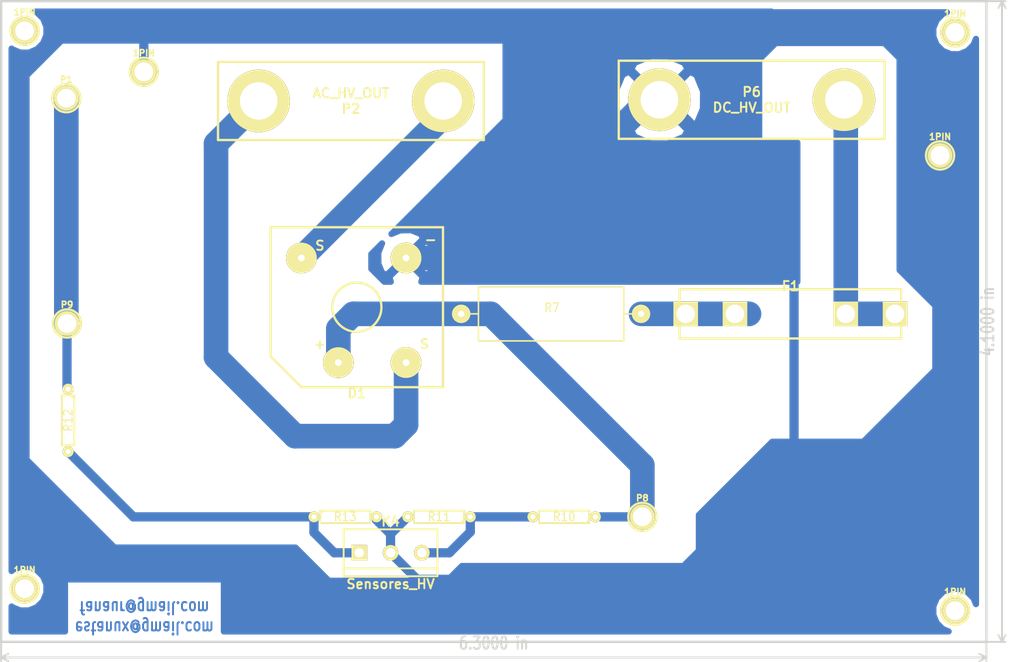
<source format=kicad_pcb>
(kicad_pcb (version 3) (host pcbnew "(2013-mar-13)-testing")

  (general
    (links 21)
    (no_connects 0)
    (area 68.389499 48.704499 240.247716 158.8262)
    (thickness 1.5748)
    (drawings 8)
    (tracks 68)
    (zones 0)
    (modules 19)
    (nets 10)
  )

  (page A4)
  (layers
    (15 Front signal)
    (0 Back signal)
    (16 B.Adhes user)
    (17 F.Adhes user)
    (18 B.Paste user)
    (19 F.Paste user)
    (20 B.SilkS user)
    (21 F.SilkS user)
    (22 B.Mask user)
    (23 F.Mask user)
    (24 Dwgs.User user)
    (25 Cmts.User user)
    (26 Eco1.User user)
    (27 Eco2.User user)
    (28 Edge.Cuts user)
  )

  (setup
    (last_trace_width 1.50114)
    (user_trace_width 0.3048)
    (user_trace_width 0.50038)
    (user_trace_width 0.70104)
    (user_trace_width 0.8001)
    (user_trace_width 1.00076)
    (user_trace_width 1.50114)
    (user_trace_width 4)
    (trace_clearance 0.254)
    (zone_clearance 1)
    (zone_45_only yes)
    (trace_min 0.254)
    (segment_width 0.381)
    (edge_width 0.381)
    (via_size 0.889)
    (via_drill 0.635)
    (via_min_size 0.889)
    (via_min_drill 0.508)
    (user_via 1.99898 1.00076)
    (uvia_size 0.508)
    (uvia_drill 0.127)
    (uvias_allowed no)
    (uvia_min_size 0.508)
    (uvia_min_drill 0.127)
    (pcb_text_width 0.3048)
    (pcb_text_size 1.524 2.032)
    (mod_edge_width 0.381)
    (mod_text_size 1.524 1.524)
    (mod_text_width 0.3048)
    (pad_size 4.064 4.064)
    (pad_drill 3.048)
    (pad_to_mask_clearance 0.254)
    (aux_axis_origin 0 0)
    (visible_elements 7FFFFFFF)
    (pcbplotparams
      (layerselection 1)
      (usegerberextensions false)
      (excludeedgelayer true)
      (linewidth 0.150000)
      (plotframeref false)
      (viasonmask false)
      (mode 1)
      (useauxorigin false)
      (hpglpennumber 1)
      (hpglpenspeed 20)
      (hpglpendiameter 15)
      (hpglpenoverlay 2)
      (psnegative true)
      (psa4output false)
      (plotreference true)
      (plotvalue true)
      (plotothertext true)
      (plotinvisibletext false)
      (padsonsilk false)
      (subtractmaskfromsilk false)
      (outputformat 2)
      (mirror false)
      (drillshape 0)
      (scaleselection 1)
      (outputdirectory GERBER/))
  )

  (net 0 "")
  (net 1 /DC_HV_OUT+)
  (net 2 /SOURCE_HV_OUT+)
  (net 3 /SOURCE_HV_OUT-)
  (net 4 /V_CAPACITORS)
  (net 5 /V_CAPACITORS_A)
  (net 6 /V_HV_SOURCE)
  (net 7 /V_HV_SOURCE_A)
  (net 8 GNDA)
  (net 9 N-000006)

  (net_class Default "This is the default net class."
    (clearance 0.254)
    (trace_width 0.254)
    (via_dia 0.889)
    (via_drill 0.635)
    (uvia_dia 0.508)
    (uvia_drill 0.127)
    (add_net "")
    (add_net /DC_HV_OUT+)
    (add_net /SOURCE_HV_OUT+)
    (add_net /SOURCE_HV_OUT-)
    (add_net /V_CAPACITORS)
    (add_net /V_CAPACITORS_A)
    (add_net /V_HV_SOURCE)
    (add_net /V_HV_SOURCE_A)
    (add_net GNDA)
    (add_net N-000006)
  )

  (module 1pin (layer Front) (tedit 200000) (tstamp 516DA75A)
    (at 223.52 147.955)
    (descr "module 1 pin (ou trou mecanique de percage)")
    (tags DEV)
    (path 1pin)
    (fp_text reference 1PIN (at 0 -3.048) (layer F.SilkS)
      (effects (font (size 1.016 1.016) (thickness 0.254)))
    )
    (fp_text value P*** (at 0 2.794) (layer F.SilkS) hide
      (effects (font (size 1.016 1.016) (thickness 0.254)))
    )
    (fp_circle (center 0 0) (end 0 -2.286) (layer F.SilkS) (width 0.381))
    (pad 1 thru_hole circle (at 0 0) (size 4.064 4.064) (drill 3.048)
      (layers *.Cu *.Mask F.SilkS)
    )
  )

  (module R22x8 (layer Front) (tedit 4E4A3F0D) (tstamp 516AB11C)
    (at 157.90164 99.7204)
    (descr "Resistor, 22x8 mm")
    (tags R)
    (path /5122633D)
    (autoplace_cost180 10)
    (fp_text reference R7 (at 0.127 -1.016) (layer F.SilkS)
      (effects (font (size 1.397 1.27) (thickness 0.2032)))
    )
    (fp_text value R (at 0 1.016) (layer F.SilkS) hide
      (effects (font (size 1.397 1.27) (thickness 0.2032)))
    )
    (fp_line (start -11.80084 -4.39928) (end 11.80084 -4.39928) (layer F.SilkS) (width 0.254))
    (fp_line (start 11.80084 -4.39928) (end 11.80084 4.39928) (layer F.SilkS) (width 0.254))
    (fp_line (start 11.80084 4.39928) (end -11.80084 4.39928) (layer F.SilkS) (width 0.254))
    (fp_line (start -11.80084 4.39928) (end -11.80084 -4.39928) (layer F.SilkS) (width 0.254))
    (fp_line (start 11.85164 0) (end 14.60246 0) (layer F.SilkS) (width 0.254))
    (fp_line (start -11.85164 0) (end -14.60246 0) (layer F.SilkS) (width 0.254))
    (pad 1 thru_hole circle (at -14.605 0) (size 2.99974 2.99974) (drill 1.00076)
      (layers *.Cu *.Mask F.SilkS)
      (net 6 /V_HV_SOURCE)
    )
    (pad 2 thru_hole circle (at 14.605 0) (size 2.99974 2.99974) (drill 1.00076)
      (layers *.Cu *.Mask F.SilkS)
      (net 9 N-000006)
    )
    (model mod_pth_resistors/walter/pth_resistors/r22x8.wrl
      (at (xyz 0 0 0))
      (scale (xyz 1 1 1))
      (rotate (xyz 0 0 0))
    )
  )

  (module 1pin (layer Front) (tedit 200000) (tstamp 516AB0DD)
    (at 72.39 144.399)
    (descr "module 1 pin (ou trou mecanique de percage)")
    (tags DEV)
    (path 1pin)
    (fp_text reference 1PIN (at 0 -3.048) (layer F.SilkS)
      (effects (font (size 1.016 1.016) (thickness 0.254)))
    )
    (fp_text value P*** (at 0 2.794) (layer F.SilkS) hide
      (effects (font (size 1.016 1.016) (thickness 0.254)))
    )
    (fp_circle (center 0 0) (end 0 -2.286) (layer F.SilkS) (width 0.381))
    (pad 1 thru_hole circle (at 0 0) (size 4.064 4.064) (drill 3.048)
      (layers *.Cu *.Mask F.SilkS)
    )
  )

  (module 1pin (layer Front) (tedit 200000) (tstamp 516AB0D8)
    (at 223.52 53.975)
    (descr "module 1 pin (ou trou mecanique de percage)")
    (tags DEV)
    (path 1pin)
    (fp_text reference 1PIN (at 0 -3.048) (layer F.SilkS)
      (effects (font (size 1.016 1.016) (thickness 0.254)))
    )
    (fp_text value P*** (at 0 2.794) (layer F.SilkS) hide
      (effects (font (size 1.016 1.016) (thickness 0.254)))
    )
    (fp_circle (center 0 0) (end 0 -2.286) (layer F.SilkS) (width 0.381))
    (pad 1 thru_hole circle (at 0 0) (size 4.064 4.064) (drill 3.048)
      (layers *.Cu *.Mask F.SilkS)
    )
  )

  (module R4-LARGE_PADS (layer Front) (tedit 47E2673E) (tstamp 5166F33C)
    (at 160.02 132.715 180)
    (descr "Resitance 4 pas")
    (tags R)
    (path /51336D9D)
    (autoplace_cost180 10)
    (fp_text reference R10 (at 0 0 180) (layer F.SilkS)
      (effects (font (size 1.397 1.27) (thickness 0.2032)))
    )
    (fp_text value 10M (at 0 0 180) (layer F.SilkS) hide
      (effects (font (size 1.397 1.27) (thickness 0.2032)))
    )
    (fp_line (start -5.08 0) (end -4.064 0) (layer F.SilkS) (width 0.3048))
    (fp_line (start -4.064 0) (end -4.064 -1.016) (layer F.SilkS) (width 0.3048))
    (fp_line (start -4.064 -1.016) (end 4.064 -1.016) (layer F.SilkS) (width 0.3048))
    (fp_line (start 4.064 -1.016) (end 4.064 1.016) (layer F.SilkS) (width 0.3048))
    (fp_line (start 4.064 1.016) (end -4.064 1.016) (layer F.SilkS) (width 0.3048))
    (fp_line (start -4.064 1.016) (end -4.064 0) (layer F.SilkS) (width 0.3048))
    (fp_line (start -4.064 -0.508) (end -3.556 -1.016) (layer F.SilkS) (width 0.3048))
    (fp_line (start 5.08 0) (end 4.064 0) (layer F.SilkS) (width 0.3048))
    (pad 1 thru_hole circle (at -5.08 0 180) (size 1.778 1.778) (drill 0.812799)
      (layers *.Cu *.Mask F.SilkS)
      (net 6 /V_HV_SOURCE)
    )
    (pad 2 thru_hole circle (at 5.08 0 180) (size 1.778 1.778) (drill 0.812799)
      (layers *.Cu *.Mask F.SilkS)
      (net 7 /V_HV_SOURCE_A)
    )
    (model discret/resistor.wrl
      (at (xyz 0 0 0))
      (scale (xyz 0.4 0.4 0.4))
      (rotate (xyz 0 0 0))
    )
  )

  (module R4-LARGE_PADS (layer Front) (tedit 47E2673E) (tstamp 5166F34A)
    (at 79.4512 117.0305 270)
    (descr "Resitance 4 pas")
    (tags R)
    (path /51336DA9)
    (autoplace_cost180 10)
    (fp_text reference R12 (at 0 0 270) (layer F.SilkS)
      (effects (font (size 1.397 1.27) (thickness 0.2032)))
    )
    (fp_text value 10M (at 0 0 270) (layer F.SilkS) hide
      (effects (font (size 1.397 1.27) (thickness 0.2032)))
    )
    (fp_line (start -5.08 0) (end -4.064 0) (layer F.SilkS) (width 0.3048))
    (fp_line (start -4.064 0) (end -4.064 -1.016) (layer F.SilkS) (width 0.3048))
    (fp_line (start -4.064 -1.016) (end 4.064 -1.016) (layer F.SilkS) (width 0.3048))
    (fp_line (start 4.064 -1.016) (end 4.064 1.016) (layer F.SilkS) (width 0.3048))
    (fp_line (start 4.064 1.016) (end -4.064 1.016) (layer F.SilkS) (width 0.3048))
    (fp_line (start -4.064 1.016) (end -4.064 0) (layer F.SilkS) (width 0.3048))
    (fp_line (start -4.064 -0.508) (end -3.556 -1.016) (layer F.SilkS) (width 0.3048))
    (fp_line (start 5.08 0) (end 4.064 0) (layer F.SilkS) (width 0.3048))
    (pad 1 thru_hole circle (at -5.08 0 270) (size 1.778 1.778) (drill 0.812799)
      (layers *.Cu *.Mask F.SilkS)
      (net 4 /V_CAPACITORS)
    )
    (pad 2 thru_hole circle (at 5.08 0 270) (size 1.778 1.778) (drill 0.812799)
      (layers *.Cu *.Mask F.SilkS)
      (net 5 /V_CAPACITORS_A)
    )
    (model discret/resistor.wrl
      (at (xyz 0 0 0))
      (scale (xyz 0.4 0.4 0.4))
      (rotate (xyz 0 0 0))
    )
  )

  (module FUSE_1KV_TH (layer Front) (tedit 5159D62A) (tstamp 5166F3EF)
    (at 196.76364 99.7204)
    (path /5122641E)
    (fp_text reference F1 (at 0 -4.5) (layer F.SilkS)
      (effects (font (thickness 0.3048)))
    )
    (fp_text value FUSE (at 0 6) (layer F.SilkS) hide
      (effects (font (thickness 0.3048)))
    )
    (fp_line (start -18 -4) (end 18 -4) (layer F.SilkS) (width 0.381))
    (fp_line (start 18 -4) (end 18 4) (layer F.SilkS) (width 0.381))
    (fp_line (start 18 4) (end -18 4) (layer F.SilkS) (width 0.381))
    (fp_line (start -18 4) (end -18 -4) (layer F.SilkS) (width 0.381))
    (pad 1 thru_hole trapezoid (at -17 0) (size 4 4) (drill 3)
      (layers *.Cu *.Mask F.SilkS)
      (net 9 N-000006)
    )
    (pad 2 thru_hole trapezoid (at 17 0) (size 4 4) (drill 3)
      (layers *.Cu *.Mask F.SilkS)
      (net 1 /DC_HV_OUT+)
    )
    (pad 1 thru_hole trapezoid (at -9 0) (size 4 4) (drill 3)
      (layers *.Cu *.Mask F.SilkS)
      (net 9 N-000006)
    )
    (pad 2 thru_hole trapezoid (at 9 0) (size 4 4) (drill 3)
      (layers *.Cu *.Mask F.SilkS)
      (net 1 /DC_HV_OUT+)
    )
  )

  (module bridge_1KV_TH (layer Front) (tedit 5159D450) (tstamp 5166F449)
    (at 126.34214 98.6409 180)
    (path /512384AE)
    (fp_text reference D1 (at 0 -14 180) (layer F.SilkS)
      (effects (font (thickness 0.3048)))
    )
    (fp_text value BU2010 (at 0 15 180) (layer F.SilkS) hide
      (effects (font (thickness 0.3048)))
    )
    (fp_text user S (at 6 10 180) (layer F.SilkS)
      (effects (font (thickness 0.3048)))
    )
    (fp_text user S (at -11 -6 180) (layer F.SilkS)
      (effects (font (thickness 0.3048)))
    )
    (fp_text user - (at -12 11 180) (layer F.SilkS)
      (effects (font (thickness 0.3048)))
    )
    (fp_text user + (at 6 -6 180) (layer F.SilkS)
      (effects (font (thickness 0.3048)))
    )
    (fp_circle (center 0 0) (end 0 -4) (layer F.SilkS) (width 0.381))
    (fp_line (start -14 13) (end 14 13) (layer F.SilkS) (width 0.381))
    (fp_line (start -14 13) (end -14 -13) (layer F.SilkS) (width 0.381))
    (fp_line (start -14 -13) (end 9 -13) (layer F.SilkS) (width 0.381))
    (fp_line (start 14 13) (end 14 -8) (layer F.SilkS) (width 0.381))
    (fp_line (start 14 -8) (end 9 -13) (layer F.SilkS) (width 0.381))
    (pad 2 thru_hole circle (at 9 8 180) (size 5 5) (drill 1.1)
      (layers *.Cu *.Mask F.SilkS)
      (net 3 /SOURCE_HV_OUT-)
    )
    (pad 1 thru_hole circle (at -8 8 180) (size 5 5) (drill 1.1)
      (layers *.Cu *.Mask F.SilkS)
      (net 8 GNDA)
    )
    (pad 4 thru_hole circle (at -8 -9 180) (size 5 5) (drill 1.1)
      (layers *.Cu *.Mask F.SilkS)
      (net 2 /SOURCE_HV_OUT+)
    )
    (pad 3 thru_hole circle (at 3 -9 180) (size 5 5) (drill 1.1)
      (layers *.Cu *.Mask F.SilkS)
      (net 6 /V_HV_SOURCE)
    )
  )

  (module 1pin (layer Front) (tedit 200000) (tstamp 5166F4C3)
    (at 79.2734 101.2825)
    (descr "module 1 pin (ou trou mecanique de percage)")
    (tags DEV)
    (path /5132751C)
    (fp_text reference P9 (at 0 -3.048) (layer F.SilkS)
      (effects (font (size 1.016 1.016) (thickness 0.254)))
    )
    (fp_text value CONN_1 (at 0 2.794) (layer F.SilkS) hide
      (effects (font (size 1.016 1.016) (thickness 0.254)))
    )
    (fp_circle (center 0 0) (end 0 -2.286) (layer F.SilkS) (width 0.381))
    (pad 1 thru_hole circle (at 0 0) (size 4.064 4.064) (drill 3.048)
      (layers *.Cu *.Mask F.SilkS)
      (net 4 /V_CAPACITORS)
    )
  )

  (module 1pin (layer Front) (tedit 200000) (tstamp 5166F4C9)
    (at 172.72 132.715)
    (descr "module 1 pin (ou trou mecanique de percage)")
    (tags DEV)
    (path /513273E5)
    (fp_text reference P8 (at 0 -3.048) (layer F.SilkS)
      (effects (font (size 1.016 1.016) (thickness 0.254)))
    )
    (fp_text value CONN_1 (at 0 2.794) (layer F.SilkS) hide
      (effects (font (size 1.016 1.016) (thickness 0.254)))
    )
    (fp_circle (center 0 0) (end 0 -2.286) (layer F.SilkS) (width 0.381))
    (pad 1 thru_hole circle (at 0 0) (size 4.064 4.064) (drill 3.048)
      (layers *.Cu *.Mask F.SilkS)
      (net 6 /V_HV_SOURCE)
    )
  )

  (module 2PIN_6mm (layer Front) (tedit 200000) (tstamp 5166F492)
    (at 125.38964 65.1129)
    (descr "module 2 pin (trou 6 mm)")
    (tags DEV)
    (path /5136925A)
    (fp_text reference P2 (at 0 1.27) (layer F.SilkS)
      (effects (font (thickness 0.3048)))
    )
    (fp_text value AC_HV_OUT (at 0 -1.27) (layer F.SilkS)
      (effects (font (thickness 0.3048)))
    )
    (fp_line (start -21.59 -6.35) (end 21.59 -6.35) (layer F.SilkS) (width 0.381))
    (fp_line (start 21.59 -6.35) (end 21.59 6.35) (layer F.SilkS) (width 0.381))
    (fp_line (start 21.59 6.35) (end -21.59 6.35) (layer F.SilkS) (width 0.381))
    (fp_line (start -21.59 6.35) (end -21.59 -6.35) (layer F.SilkS) (width 0.381))
    (pad 1 thru_hole circle (at -14.986 0) (size 10.16 10.16) (drill 6.096)
      (layers *.Cu *.Mask F.SilkS)
      (net 2 /SOURCE_HV_OUT+)
    )
    (pad 2 thru_hole circle (at 14.986 0) (size 10.16 10.16) (drill 6.096)
      (layers *.Cu *.Mask F.SilkS)
      (net 3 /SOURCE_HV_OUT-)
    )
    (model "device/douille_4mm(red).wrl"
      (at (xyz -0.59 0 0))
      (scale (xyz 1.8 1.8 1.8))
      (rotate (xyz 0 0 0))
    )
    (model "device/douille_4mm(red).wrl"
      (at (xyz 0.59 0 0))
      (scale (xyz 1.8 1.8 1.8))
      (rotate (xyz 0 0 0))
    )
  )

  (module 2PIN_6mm (layer Front) (tedit 200000) (tstamp 5166F354)
    (at 190.47714 64.9224 180)
    (descr "module 2 pin (trou 6 mm)")
    (tags DEV)
    (path /5122670B)
    (fp_text reference P6 (at 0 1.27 180) (layer F.SilkS)
      (effects (font (thickness 0.3048)))
    )
    (fp_text value DC_HV_OUT (at 0 -1.27 180) (layer F.SilkS)
      (effects (font (thickness 0.3048)))
    )
    (fp_line (start -21.59 -6.35) (end 21.59 -6.35) (layer F.SilkS) (width 0.381))
    (fp_line (start 21.59 -6.35) (end 21.59 6.35) (layer F.SilkS) (width 0.381))
    (fp_line (start 21.59 6.35) (end -21.59 6.35) (layer F.SilkS) (width 0.381))
    (fp_line (start -21.59 6.35) (end -21.59 -6.35) (layer F.SilkS) (width 0.381))
    (pad 1 thru_hole circle (at -14.986 0 180) (size 10.16 10.16) (drill 6.096)
      (layers *.Cu *.Mask F.SilkS)
      (net 1 /DC_HV_OUT+)
    )
    (pad 2 thru_hole circle (at 14.986 0 180) (size 10.16 10.16) (drill 6.096)
      (layers *.Cu *.Mask F.SilkS)
      (net 8 GNDA)
    )
    (model "device/douille_4mm(red).wrl"
      (at (xyz -0.59 0 0))
      (scale (xyz 1.8 1.8 1.8))
      (rotate (xyz 0 0 0))
    )
    (model "device/douille_4mm(red).wrl"
      (at (xyz 0.59 0 0))
      (scale (xyz 1.8 1.8 1.8))
      (rotate (xyz 0 0 0))
    )
  )

  (module 1pin (layer Front) (tedit 200000) (tstamp 5168AC8D)
    (at 79.16164 64.6684)
    (descr "module 1 pin (ou trou mecanique de percage)")
    (tags DEV)
    (path /5168CE9A)
    (fp_text reference P1 (at 0 -3.048) (layer F.SilkS)
      (effects (font (size 1.016 1.016) (thickness 0.254)))
    )
    (fp_text value CONN_1 (at 0 2.794) (layer F.SilkS) hide
      (effects (font (size 1.016 1.016) (thickness 0.254)))
    )
    (fp_circle (center 0 0) (end 0 -2.286) (layer F.SilkS) (width 0.381))
    (pad 1 thru_hole circle (at 0 0) (size 4.064 4.064) (drill 3.048)
      (layers *.Cu *.Mask F.SilkS)
      (net 4 /V_CAPACITORS)
    )
  )

  (module 1pin (layer Front) (tedit 200000) (tstamp 516AB0CC)
    (at 72.39 53.721)
    (descr "module 1 pin (ou trou mecanique de percage)")
    (tags DEV)
    (path 1pin)
    (fp_text reference 1PIN (at 0 -3.048) (layer F.SilkS)
      (effects (font (size 1.016 1.016) (thickness 0.254)))
    )
    (fp_text value P*** (at 0 2.794) (layer F.SilkS) hide
      (effects (font (size 1.016 1.016) (thickness 0.254)))
    )
    (fp_circle (center 0 0) (end 0 -2.286) (layer F.SilkS) (width 0.381))
    (pad 1 thru_hole circle (at 0 0) (size 4.064 4.064) (drill 3.048)
      (layers *.Cu *.Mask F.SilkS)
    )
  )

  (module bornier3 (layer Front) (tedit 3EC0ECFA) (tstamp 516DA3E5)
    (at 131.826 138.557)
    (descr "Bornier d'alimentation 3 pins")
    (tags DEV)
    (path /516D98E3)
    (fp_text reference K4 (at 0 -5.08) (layer F.SilkS)
      (effects (font (thickness 0.3048)))
    )
    (fp_text value Sensores_HV (at 0 5.08) (layer F.SilkS)
      (effects (font (thickness 0.3048)))
    )
    (fp_line (start -7.62 3.81) (end -7.62 -3.81) (layer F.SilkS) (width 0.3048))
    (fp_line (start 7.62 3.81) (end 7.62 -3.81) (layer F.SilkS) (width 0.3048))
    (fp_line (start -7.62 2.54) (end 7.62 2.54) (layer F.SilkS) (width 0.3048))
    (fp_line (start -7.62 -3.81) (end 7.62 -3.81) (layer F.SilkS) (width 0.3048))
    (fp_line (start -7.62 3.81) (end 7.62 3.81) (layer F.SilkS) (width 0.3048))
    (pad 1 thru_hole rect (at -5.08 0) (size 2.54 2.54) (drill 1.524)
      (layers *.Cu *.Mask F.SilkS)
      (net 5 /V_CAPACITORS_A)
    )
    (pad 2 thru_hole circle (at 0 0) (size 2.54 2.54) (drill 1.524)
      (layers *.Cu *.Mask F.SilkS)
      (net 8 GNDA)
    )
    (pad 3 thru_hole circle (at 5.08 0) (size 2.54 2.54) (drill 1.524)
      (layers *.Cu *.Mask F.SilkS)
      (net 7 /V_HV_SOURCE_A)
    )
    (model device/bornier_3.wrl
      (at (xyz 0 0 0))
      (scale (xyz 1 1 1))
      (rotate (xyz 0 0 0))
    )
  )

  (module R4-LARGE_PADS (layer Front) (tedit 47E2673E) (tstamp 516DFC32)
    (at 139.7 132.715 180)
    (descr "Resitance 4 pas")
    (tags R)
    (path /51336DA3)
    (autoplace_cost180 10)
    (fp_text reference R11 (at 0 0 180) (layer F.SilkS)
      (effects (font (size 1.397 1.27) (thickness 0.2032)))
    )
    (fp_text value 22K (at 0 0 180) (layer F.SilkS) hide
      (effects (font (size 1.397 1.27) (thickness 0.2032)))
    )
    (fp_line (start -5.08 0) (end -4.064 0) (layer F.SilkS) (width 0.3048))
    (fp_line (start -4.064 0) (end -4.064 -1.016) (layer F.SilkS) (width 0.3048))
    (fp_line (start -4.064 -1.016) (end 4.064 -1.016) (layer F.SilkS) (width 0.3048))
    (fp_line (start 4.064 -1.016) (end 4.064 1.016) (layer F.SilkS) (width 0.3048))
    (fp_line (start 4.064 1.016) (end -4.064 1.016) (layer F.SilkS) (width 0.3048))
    (fp_line (start -4.064 1.016) (end -4.064 0) (layer F.SilkS) (width 0.3048))
    (fp_line (start -4.064 -0.508) (end -3.556 -1.016) (layer F.SilkS) (width 0.3048))
    (fp_line (start 5.08 0) (end 4.064 0) (layer F.SilkS) (width 0.3048))
    (pad 1 thru_hole circle (at -5.08 0 180) (size 1.778 1.778) (drill 0.8128)
      (layers *.Cu *.Mask F.SilkS)
      (net 7 /V_HV_SOURCE_A)
    )
    (pad 2 thru_hole circle (at 5.08 0 180) (size 1.778 1.778) (drill 0.8128)
      (layers *.Cu *.Mask F.SilkS)
      (net 8 GNDA)
    )
    (model discret/resistor.wrl
      (at (xyz 0 0 0))
      (scale (xyz 0.4 0.4 0.4))
      (rotate (xyz 0 0 0))
    )
  )

  (module R4-LARGE_PADS (layer Front) (tedit 47E2673E) (tstamp 516DFC40)
    (at 124.46 132.715)
    (descr "Resitance 4 pas")
    (tags R)
    (path /51336DAF)
    (autoplace_cost180 10)
    (fp_text reference R13 (at 0 0) (layer F.SilkS)
      (effects (font (size 1.397 1.27) (thickness 0.2032)))
    )
    (fp_text value 22K (at 0 0) (layer F.SilkS) hide
      (effects (font (size 1.397 1.27) (thickness 0.2032)))
    )
    (fp_line (start -5.08 0) (end -4.064 0) (layer F.SilkS) (width 0.3048))
    (fp_line (start -4.064 0) (end -4.064 -1.016) (layer F.SilkS) (width 0.3048))
    (fp_line (start -4.064 -1.016) (end 4.064 -1.016) (layer F.SilkS) (width 0.3048))
    (fp_line (start 4.064 -1.016) (end 4.064 1.016) (layer F.SilkS) (width 0.3048))
    (fp_line (start 4.064 1.016) (end -4.064 1.016) (layer F.SilkS) (width 0.3048))
    (fp_line (start -4.064 1.016) (end -4.064 0) (layer F.SilkS) (width 0.3048))
    (fp_line (start -4.064 -0.508) (end -3.556 -1.016) (layer F.SilkS) (width 0.3048))
    (fp_line (start 5.08 0) (end 4.064 0) (layer F.SilkS) (width 0.3048))
    (pad 1 thru_hole circle (at -5.08 0) (size 1.778 1.778) (drill 0.8128)
      (layers *.Cu *.Mask F.SilkS)
      (net 5 /V_CAPACITORS_A)
    )
    (pad 2 thru_hole circle (at 5.08 0) (size 1.778 1.778) (drill 0.8128)
      (layers *.Cu *.Mask F.SilkS)
      (net 8 GNDA)
    )
    (model discret/resistor.wrl
      (at (xyz 0 0 0))
      (scale (xyz 0.4 0.4 0.4))
      (rotate (xyz 0 0 0))
    )
  )

  (module 1pin (layer Front) (tedit 51B8B9D0) (tstamp 51B9196D)
    (at 91.75 60.375)
    (descr "module 1 pin (ou trou mecanique de percage)")
    (tags DEV)
    (path 1pin)
    (fp_text reference 1PIN (at 0 -3.048) (layer F.SilkS)
      (effects (font (size 1.016 1.016) (thickness 0.254)))
    )
    (fp_text value P*** (at 0 2.794) (layer F.SilkS) hide
      (effects (font (size 1.016 1.016) (thickness 0.254)))
    )
    (fp_circle (center 0 0) (end 0 -2.286) (layer F.SilkS) (width 0.381))
    (pad 1 thru_hole circle (at 0 0) (size 4.064 4.064) (drill 3.048)
      (layers *.Cu *.Mask F.SilkS)
      (net 8 GNDA)
    )
  )

  (module 1pin (layer Front) (tedit 51B8B9F1) (tstamp 51B9197E)
    (at 221.075 73.975)
    (descr "module 1 pin (ou trou mecanique de percage)")
    (tags DEV)
    (path 1pin)
    (fp_text reference 1PIN (at 0 -3.048) (layer F.SilkS)
      (effects (font (size 1.016 1.016) (thickness 0.254)))
    )
    (fp_text value P*** (at 0 2.794) (layer F.SilkS) hide
      (effects (font (size 1.016 1.016) (thickness 0.254)))
    )
    (fp_circle (center 0 0) (end 0 -2.286) (layer F.SilkS) (width 0.381))
    (pad 1 thru_hole circle (at 0 0) (size 4.064 4.064) (drill 3.048)
      (layers *.Cu *.Mask F.SilkS)
      (net 8 GNDA)
    )
  )

  (gr_text "estanux@gmail.com\nfanaur@gmail.com" (at 91.85 149.115 180) (layer Back)
    (effects (font (size 2.032 1.524) (thickness 0.3048)) (justify mirror))
  )
  (dimension 104.14 (width 0.3048) (layer Edge.Cuts)
    (gr_text "104.140 mm" (at 232.765599 100.965 90) (layer Edge.Cuts)
      (effects (font (size 2.032 1.524) (thickness 0.3048)))
    )
    (feature1 (pts (xy 228.6 48.895) (xy 234.391199 48.895)))
    (feature2 (pts (xy 228.6 153.035) (xy 234.391199 153.035)))
    (crossbar (pts (xy 231.139999 153.035) (xy 231.139999 48.895)))
    (arrow1a (pts (xy 231.139999 48.895) (xy 231.726419 50.021503)))
    (arrow1b (pts (xy 231.139999 48.895) (xy 230.553579 50.021503)))
    (arrow2a (pts (xy 231.139999 153.035) (xy 231.726419 151.908497)))
    (arrow2b (pts (xy 231.139999 153.035) (xy 230.553579 151.908497)))
  )
  (dimension 160.02 (width 0.3048) (layer Edge.Cuts)
    (gr_text "160.020 mm" (at 148.59 157.200599) (layer Edge.Cuts)
      (effects (font (size 2.032 1.524) (thickness 0.3048)))
    )
    (feature1 (pts (xy 228.6 153.035) (xy 228.6 158.826199)))
    (feature2 (pts (xy 68.58 153.035) (xy 68.58 158.826199)))
    (crossbar (pts (xy 68.58 155.574999) (xy 228.6 155.574999)))
    (arrow1a (pts (xy 228.6 155.574999) (xy 227.473497 156.161419)))
    (arrow1b (pts (xy 228.6 155.574999) (xy 227.473497 154.988579)))
    (arrow2a (pts (xy 68.58 155.574999) (xy 69.706503 156.161419)))
    (arrow2b (pts (xy 68.58 155.574999) (xy 69.706503 154.988579)))
  )
  (gr_line (start 228.6 48.895) (end 228.6 51.435) (angle 90) (layer Edge.Cuts) (width 0.381))
  (gr_line (start 68.58 48.895) (end 228.6 48.895) (angle 90) (layer Edge.Cuts) (width 0.381))
  (gr_line (start 68.58 153.035) (end 68.58 48.895) (angle 90) (layer Edge.Cuts) (width 0.381))
  (gr_line (start 228.6 153.035) (end 68.58 153.035) (angle 90) (layer Edge.Cuts) (width 0.381))
  (gr_line (start 228.6 51.435) (end 228.6 153.035) (angle 90) (layer Edge.Cuts) (width 0.381))

  (segment (start 205.76364 99.7204) (end 205.76364 65.2229) (width 4) (layer Back) (net 1))
  (segment (start 205.76364 65.2229) (end 205.46314 64.9224) (width 4) (layer Back) (net 1) (tstamp 516AB168))
  (segment (start 205.76364 99.7204) (end 213.76364 99.7204) (width 4) (layer Back) (net 1))
  (segment (start 134.34214 107.6409) (end 134.34214 117.7554) (width 4) (layer Back) (net 2))
  (segment (start 103.48214 72.0344) (end 110.40364 65.1129) (width 4) (layer Back) (net 2) (tstamp 5168ADC6))
  (segment (start 103.48214 106.7689) (end 103.48214 72.0344) (width 4) (layer Back) (net 2) (tstamp 5168ADC4))
  (segment (start 116.30914 119.5959) (end 103.48214 106.7689) (width 4) (layer Back) (net 2) (tstamp 5168ADC2))
  (segment (start 132.50164 119.5959) (end 116.30914 119.5959) (width 4) (layer Back) (net 2) (tstamp 5168ADC0))
  (segment (start 134.34214 117.7554) (end 132.50164 119.5959) (width 4) (layer Back) (net 2) (tstamp 5168ADBE))
  (segment (start 140.37564 65.1129) (end 140.37564 67.6074) (width 4) (layer Back) (net 3))
  (segment (start 140.37564 67.6074) (end 117.34214 90.6409) (width 4) (layer Back) (net 3) (tstamp 5168ADAF))
  (segment (start 79.2734 101.2825) (end 79.2734 111.7727) (width 1.50114) (layer Back) (net 4))
  (segment (start 79.2734 111.7727) (end 79.4512 111.9505) (width 1.50114) (layer Back) (net 4) (tstamp 51AE399D))
  (segment (start 79.16164 64.6684) (end 79.16164 101.17074) (width 4) (layer Back) (net 4))
  (segment (start 79.16164 101.17074) (end 79.2734 101.2825) (width 4) (layer Back) (net 4) (tstamp 516DAAB6))
  (segment (start 119.38 132.715) (end 119.38 135.255) (width 1.50114) (layer Back) (net 5))
  (segment (start 119.38 135.255) (end 122.682 138.557) (width 1.50114) (layer Back) (net 5) (tstamp 51AE397A))
  (segment (start 122.682 138.557) (end 126.746 138.557) (width 1.50114) (layer Back) (net 5) (tstamp 51AE397C))
  (segment (start 79.4512 122.1105) (end 90.0557 132.715) (width 1.50114) (layer Back) (net 5))
  (segment (start 90.0557 132.715) (end 119.38 132.715) (width 1.50114) (layer Back) (net 5) (tstamp 51AE3967))
  (segment (start 122.682 138.557) (end 126.746 138.557) (width 1.00076) (layer Back) (net 5) (tstamp 516DFC97))
  (segment (start 119.38 135.255) (end 122.682 138.557) (width 1.00076) (layer Back) (net 5) (tstamp 516DFC96))
  (segment (start 119.38 132.715) (end 90.0557 132.715) (width 1.00076) (layer Back) (net 5))
  (segment (start 166 132.715) (end 172.72 132.715) (width 1.50114) (layer Back) (net 6))
  (segment (start 166 132.715) (end 165.1 132.715) (width 1.00076) (layer Back) (net 6) (tstamp 51AE398E))
  (segment (start 143.29664 99.7204) (end 148.1074 99.7204) (width 4) (layer Back) (net 6))
  (segment (start 172.72 124.333) (end 172.72 132.715) (width 4) (layer Back) (net 6) (tstamp 516DA5AB))
  (segment (start 148.1074 99.7204) (end 172.72 124.333) (width 4) (layer Back) (net 6) (tstamp 516DA5AA))
  (segment (start 143.29664 99.7204) (end 125.75794 99.7204) (width 4) (layer Back) (net 6))
  (segment (start 123.34214 102.1362) (end 123.34214 107.6409) (width 4) (layer Back) (net 6) (tstamp 516AB15E))
  (segment (start 125.75794 99.7204) (end 123.34214 102.1362) (width 4) (layer Back) (net 6) (tstamp 516AB15D))
  (segment (start 144.78 132.715) (end 144.78 135.155) (width 1.50114) (layer Back) (net 7))
  (segment (start 144.78 135.155) (end 141.378 138.557) (width 1.50114) (layer Back) (net 7) (tstamp 51AE3988))
  (segment (start 141.378 138.557) (end 136.906 138.557) (width 1.50114) (layer Back) (net 7) (tstamp 51AE3989))
  (segment (start 144.78 132.715) (end 154.94 132.715) (width 1.50114) (layer Back) (net 7))
  (segment (start 141.378 138.557) (end 136.906 138.557) (width 1.00076) (layer Back) (net 7) (tstamp 516DFC8F))
  (segment (start 144.78 135.155) (end 141.378 138.557) (width 1.00076) (layer Back) (net 7) (tstamp 516DFC8E))
  (segment (start 221.075 73.975) (end 221.075 59.275) (width 1.50114) (layer Back) (net 8) (status 400000))
  (segment (start 187.58854 52.825) (end 175.49114 64.9224) (width 1.50114) (layer Back) (net 8) (tstamp 51B91993) (status 800000))
  (segment (start 214.625 52.825) (end 187.58854 52.825) (width 1.50114) (layer Back) (net 8) (tstamp 51B91991))
  (segment (start 221.075 59.275) (end 214.625 52.825) (width 1.50114) (layer Back) (net 8) (tstamp 51B91990))
  (segment (start 91.75 60.375) (end 91.75 52.9) (width 1.50114) (layer Back) (net 8) (status 400000))
  (segment (start 91.75 52.9) (end 91.8 52.85) (width 1.50114) (layer Back) (net 8) (tstamp 51B9198D))
  (segment (start 91.75 60.375) (end 91.75 53.675) (width 1.00076) (layer Back) (net 8) (status 400000))
  (segment (start 91.75 53.675) (end 92.8 52.625) (width 1.00076) (layer Back) (net 8) (tstamp 51B9198A))
  (segment (start 197.358 94.9) (end 197.358 123.571) (width 1.50114) (layer Back) (net 8))
  (segment (start 197.358 123.571) (end 196.929 124) (width 1.50114) (layer Back) (net 8) (tstamp 51AE39A6))
  (segment (start 196.7 124) (end 196.7 124.229) (width 1.50114) (layer Back) (net 8) (tstamp 51AE39A8))
  (segment (start 196.929 124) (end 196.7 124) (width 1.50114) (layer Back) (net 8) (tstamp 51AE39A7))
  (segment (start 131.826 135.509) (end 134.62 132.715) (width 1.50114) (layer Back) (net 8))
  (segment (start 129.54 132.715) (end 129.54 133.223) (width 1.50114) (layer Back) (net 8))
  (segment (start 129.54 133.223) (end 131.826 135.509) (width 1.50114) (layer Back) (net 8) (tstamp 51AE3995))
  (segment (start 131.826 135.509) (end 131.826 138.557) (width 1.50114) (layer Back) (net 8) (tstamp 51AE3997))
  (segment (start 131.826 138.557) (end 135.89 142.621) (width 1.50114) (layer Back) (net 8))
  (segment (start 131.826 138.557) (end 131.826 135.509) (width 1.00076) (layer Back) (net 8))
  (segment (start 131.826 135.509) (end 129.54 133.223) (width 1.00076) (layer Back) (net 8) (tstamp 516DFC7B))
  (segment (start 175.49114 64.9224) (end 177.0634 64.9224) (width 1.00076) (layer Back) (net 8))
  (segment (start 178.308 142.621) (end 135.89 142.621) (width 1.00076) (layer Back) (net 8) (tstamp 516DA680))
  (segment (start 197.358 123.571) (end 196.7 124.229) (width 1.00076) (layer Back) (net 8) (tstamp 516DA67D))
  (segment (start 196.7 124.229) (end 178.308 142.621) (width 1.00076) (layer Back) (net 8) (tstamp 51AE39A9))
  (segment (start 197.358 85.217) (end 197.358 94.9) (width 1.00076) (layer Back) (net 8) (tstamp 516DA678))
  (segment (start 177.0634 64.9224) (end 197.358 85.217) (width 1.00076) (layer Back) (net 8) (tstamp 516DA677))
  (segment (start 134.34214 90.6409) (end 147.99464 90.6409) (width 4) (layer Back) (net 8))
  (segment (start 173.71314 64.9224) (end 175.49114 64.9224) (width 4) (layer Back) (net 8) (tstamp 5168AD70))
  (segment (start 147.99464 90.6409) (end 173.71314 64.9224) (width 4) (layer Back) (net 8) (tstamp 5168AD6B))
  (segment (start 179.76364 99.7204) (end 190.03264 99.7204) (width 4) (layer Back) (net 9))
  (segment (start 190.03264 99.7204) (end 187.76364 99.7204) (width 4) (layer Back) (net 9) (tstamp 516AB163))
  (segment (start 172.50664 99.7204) (end 179.76364 99.7204) (width 4) (layer Back) (net 9))

  (zone (net 8) (net_name GNDA) (layer Back) (tstamp 51A927F7) (hatch edge 0.508)
    (connect_pads (clearance 1))
    (min_thickness 1)
    (fill (arc_segments 16) (thermal_gap 1.5) (thermal_bridge_width 1.5) (smoothing chamfer))
    (polygon
      (pts
        (xy 228.2 152.4) (xy 228 152.4) (xy 228 50) (xy 194.2 50) (xy 194.2 50.2)
        (xy 227.8 50.2) (xy 227.8 152.6) (xy 181.4 152.6) (xy 69 152.6) (xy 69 49.6)
        (xy 150 49.6) (xy 194 49.6) (xy 194.2 49.6) (xy 228.2 49.6) (xy 228.2 152.4)
      )
    )
    (polygon
      (pts        (xy 219.8 108.6) (xy 219.8 98.6) (xy 214 92.8) (xy 214 58.4) (xy 211.8 56.2)
        (xy 194.6 56.2) (xy 192.2 58.6) (xy 192.2 70) (xy 192.2 70.4) (xy 192.2 71.4)
        (xy 198.4 71.4) (xy 198.4 95) (xy 168.6 95) (xy 130.6 95) (xy 128.2 92.6)
        (xy 128.2 89.8) (xy 142.4 75.6) (xy 150 68) (xy 150 55.8) (xy 78.6 55.8)
        (xy 73.2 61.2) (xy 73.2 123.2) (xy 87.2 137.2) (xy 116.6 137.2) (xy 122 142.6)
        (xy 140.8 142.6) (xy 143.2 140.2) (xy 179.2 140.2) (xy 181.4 138) (xy 181.4 132.2)
        (xy 193.6 120) (xy 208.4 120) (xy 219.8 108.6)
      )
    )
    (filled_polygon
      (pts
        (xy 226.9095 146.909166) (xy 226.51603 145.956896) (xy 225.52333 144.962462) (xy 224.22564 144.423614) (xy 222.820524 144.422388)
        (xy 221.521896 144.95897) (xy 220.527462 145.95167) (xy 220.3 146.499459) (xy 220.3 108.807107) (xy 220.3 98.392893)
        (xy 214.5 92.592893) (xy 214.5 58.192893) (xy 212.007107 55.7) (xy 194.392893 55.7) (xy 191.7 58.392893)
        (xy 191.7 70) (xy 191.7 70.4) (xy 191.7 71.9) (xy 197.9 71.9) (xy 197.9 94.5)
        (xy 182.577585 94.5) (xy 182.577585 63.546901) (xy 181.511781 60.93974) (xy 181.474638 60.884151) (xy 180.415468 60.351625)
        (xy 180.061915 60.705178) (xy 180.061915 59.998072) (xy 179.529389 58.938902) (xy 176.93221 57.848998) (xy 174.115641 57.835955)
        (xy 171.50848 58.901759) (xy 171.452891 58.938902) (xy 170.920365 59.998072) (xy 175.49114 64.568847) (xy 180.061915 59.998072)
        (xy 180.061915 60.705178) (xy 175.844693 64.9224) (xy 180.415468 69.493175) (xy 181.474638 68.960649) (xy 182.564542 66.36347)
        (xy 182.577585 63.546901) (xy 182.577585 94.5) (xy 180.061915 94.5) (xy 180.061915 69.846728) (xy 175.49114 65.275953)
        (xy 175.137587 65.629506) (xy 175.137587 64.9224) (xy 170.566812 60.351625) (xy 169.507642 60.884151) (xy 168.417738 63.48133)
        (xy 168.404695 66.297899) (xy 169.470499 68.90506) (xy 169.507642 68.960649) (xy 170.566812 69.493175) (xy 175.137587 64.9224)
        (xy 175.137587 65.629506) (xy 170.920365 69.846728) (xy 171.452891 70.905898) (xy 174.05007 71.995802) (xy 176.866639 72.008845)
        (xy 179.4738 70.943041) (xy 179.529389 70.905898) (xy 180.061915 69.846728) (xy 180.061915 94.5) (xy 168.6 94.5)
        (xy 138.855262 94.5) (xy 138.855262 91.467301) (xy 138.827971 89.677298) (xy 138.195471 88.150308) (xy 137.404272 87.932321)
        (xy 134.695693 90.6409) (xy 137.404272 93.349479) (xy 138.195471 93.131492) (xy 138.855262 91.467301) (xy 138.855262 94.5)
        (xy 136.818804 94.5) (xy 136.832732 94.494231) (xy 137.050719 93.703032) (xy 134.34214 90.994453) (xy 131.633561 93.703032)
        (xy 131.851548 94.494231) (xy 131.866099 94.5) (xy 130.807107 94.5) (xy 128.7 92.392893) (xy 128.7 90.007107)
        (xy 130.444146 88.26296) (xy 129.829018 89.814499) (xy 129.856309 91.604502) (xy 130.488809 93.131492) (xy 131.280008 93.349479)
        (xy 133.988587 90.6409) (xy 133.974444 90.626757) (xy 134.327997 90.273204) (xy 134.34214 90.287347) (xy 137.050719 87.578768)
        (xy 136.832732 86.787569) (xy 135.168541 86.127778) (xy 133.378538 86.155069) (xy 131.967613 86.739492) (xy 142.753553 75.953553)
        (xy 150.5 68.207107) (xy 150.5 55.3) (xy 78.392893 55.3) (xy 72.7 60.992893) (xy 72.7 123.407107)
        (xy 86.992893 137.7) (xy 116.392893 137.7) (xy 121.792893 143.1) (xy 141.007107 143.1) (xy 143.407107 140.7)
        (xy 179.407107 140.7) (xy 181.9 138.207107) (xy 181.9 132.407107) (xy 193.807107 120.5) (xy 208.607107 120.5)
        (xy 220.3 108.807107) (xy 220.3 146.499459) (xy 219.988614 147.24936) (xy 219.987388 148.654476) (xy 220.3 149.411055)
        (xy 220.52397 149.953104) (xy 221.51667 150.947538) (xy 222.47266 151.3445) (xy 220.3 151.3445) (xy 104.750971 151.3445)
        (xy 104.750971 142.8906) (xy 78.949029 142.8906) (xy 78.949029 151.3445) (xy 70.2705 151.3445) (xy 70.2705 147.275165)
        (xy 70.38667 147.391538) (xy 71.68436 147.930386) (xy 73.089476 147.931612) (xy 74.388104 147.39503) (xy 75.382538 146.40233)
        (xy 75.921386 145.10464) (xy 75.922612 143.699524) (xy 75.38603 142.400896) (xy 74.39333 141.406462) (xy 73.09564 140.867614)
        (xy 71.690524 140.866388) (xy 70.391896 141.40297) (xy 70.2705 141.524154) (xy 70.2705 56.597165) (xy 70.38667 56.713538)
        (xy 71.68436 57.252386) (xy 73.089476 57.253612) (xy 74.388104 56.71703) (xy 75.382538 55.72433) (xy 75.921386 54.42664)
        (xy 75.922612 53.021524) (xy 75.38603 51.722896) (xy 74.39333 50.728462) (xy 74.049039 50.5855) (xy 193.7 50.5855)
        (xy 193.7 50.7) (xy 222.197055 50.7) (xy 221.521896 50.97897) (xy 220.527462 51.97167) (xy 219.988614 53.26936)
        (xy 219.987388 54.674476) (xy 220.52397 55.973104) (xy 221.51667 56.967538) (xy 222.81436 57.506386) (xy 224.219476 57.507612)
        (xy 225.518104 56.97103) (xy 226.512538 55.97833) (xy 226.9095 55.022339) (xy 226.9095 146.909166)
      )
    )
  )
)

</source>
